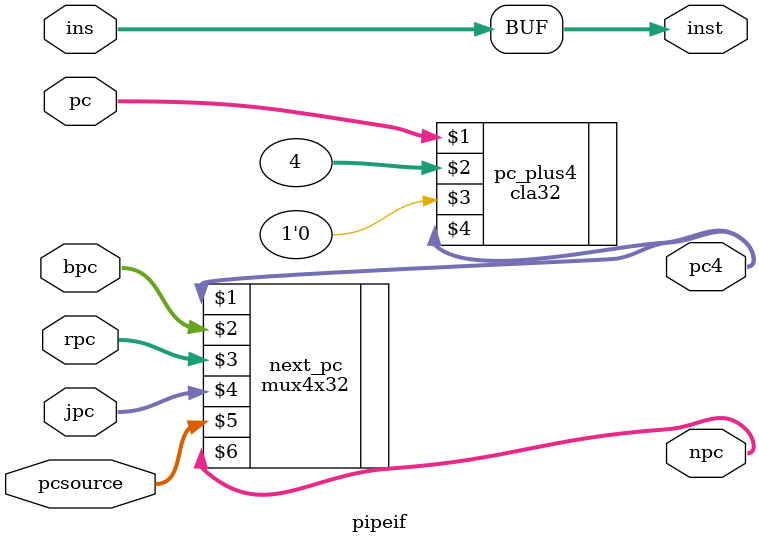
<source format=v>
module pipeif(pcsource, ins, pc, bpc, rpc, jpc, npc, pc4, inst);

	input [31:0] pc, bpc, rpc, jpc;  //待选择的PC
	input [1:0] pcsource;            //选择信号
	input [31:0] ins;                //读取的指令


	output [31:0] npc, pc4, inst;    //输出下一条PC,pc4, inst

	mux4x32 next_pc(pc4, bpc, rpc, jpc, pcsource, npc);

	cla32 pc_plus4(pc, 32'h4, 1'b0, pc4);
	assign inst = ins;              //指令就直接赋值了
endmodule
</source>
